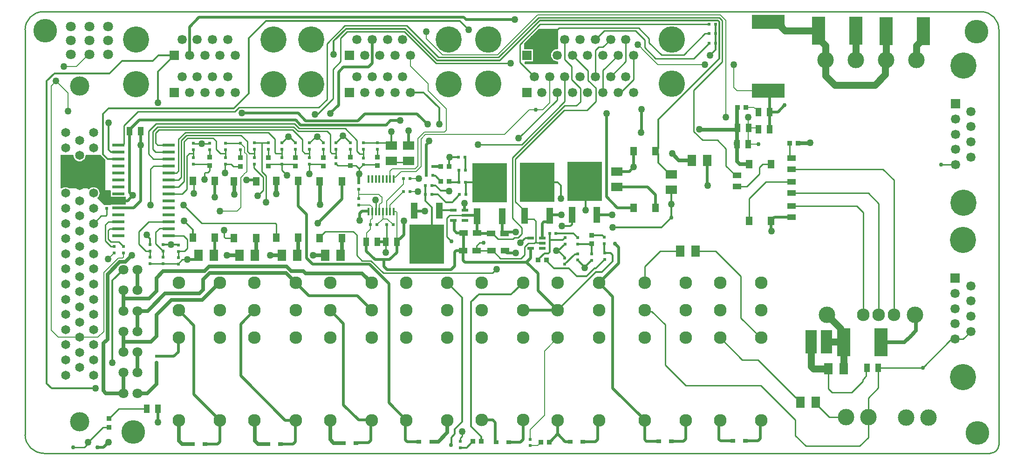
<source format=gtl>
G04*
G04 #@! TF.GenerationSoftware,Altium Limited,Altium Designer,19.0.10 (269)*
G04*
G04 Layer_Physical_Order=1*
G04 Layer_Color=255*
%FSLAX25Y25*%
%MOIN*%
G70*
G01*
G75*
%ADD11C,0.01000*%
%ADD15C,0.00800*%
%ADD18R,0.03740X0.03543*%
%ADD19R,0.03543X0.03740*%
%ADD20R,0.02165X0.02165*%
%ADD21R,0.04000X0.06000*%
%ADD22R,0.09000X0.02400*%
%ADD23C,0.03000*%
%ADD24R,0.09449X0.20276*%
%ADD25R,0.24606X0.28347*%
%ADD26R,0.04724X0.11811*%
%ADD27R,0.03543X0.02559*%
%ADD28R,0.04921X0.06299*%
%ADD29R,0.01181X0.05512*%
%ADD30R,0.05906X0.04331*%
%ADD31R,0.23622X0.10236*%
%ADD32R,0.08268X0.17126*%
%ADD33R,0.04600X0.02000*%
%ADD34R,0.02165X0.02165*%
%ADD35R,0.06000X0.08000*%
%ADD36R,0.06000X0.04000*%
%ADD37R,0.08000X0.06000*%
%ADD69C,0.02500*%
%ADD70C,0.02000*%
%ADD71C,0.01200*%
%ADD72C,0.05000*%
%ADD73C,0.13800*%
%ADD74C,0.06500*%
%ADD75C,0.06653*%
%ADD76R,0.06653X0.06653*%
%ADD77C,0.18740*%
%ADD78C,0.09055*%
%ADD79C,0.11811*%
%ADD80C,0.16929*%
%ADD81C,0.18898*%
%ADD82C,0.06653*%
%ADD83R,0.06653X0.06653*%
%ADD84C,0.07087*%
%ADD85C,0.05000*%
G36*
X284743Y438626D02*
X285097Y438097D01*
X287750Y435443D01*
Y413500D01*
X291374D01*
X291750Y413200D01*
Y408800D01*
X302500D01*
Y403200D01*
X291750D01*
Y402750D01*
X287321D01*
X282334Y407737D01*
X282366Y408236D01*
X282531Y408363D01*
X283212Y409250D01*
X283641Y410284D01*
X283787Y411394D01*
X283641Y412503D01*
X283212Y413537D01*
X282531Y414425D01*
X281643Y415106D01*
X280609Y415534D01*
X279500Y415680D01*
X278391Y415534D01*
X277357Y415106D01*
X276469Y414425D01*
X276342Y414260D01*
X275844Y414227D01*
X275071Y415000D01*
X261782D01*
X261643Y415106D01*
X260610Y415534D01*
X259500Y415680D01*
X258390Y415534D01*
X257357Y415106D01*
X257219Y415000D01*
X255750D01*
Y438750D01*
X265014D01*
X265213Y438522D01*
X265359Y437413D01*
X265788Y436379D01*
X266469Y435491D01*
X267357Y434810D01*
X268390Y434382D01*
X269500Y434235D01*
X270609Y434382D01*
X271643Y434810D01*
X272531Y435491D01*
X273212Y436379D01*
X273641Y437413D01*
X273787Y438522D01*
X273986Y438750D01*
X284718D01*
X284743Y438626D01*
D02*
G37*
G36*
X611750Y514994D02*
X611374Y514664D01*
X611232Y514683D01*
X610103Y514534D01*
X609050Y514098D01*
X608146Y513405D01*
X607453Y512501D01*
X607017Y511448D01*
X606868Y510319D01*
X607017Y509189D01*
X607453Y508137D01*
X608146Y507233D01*
X609050Y506539D01*
X610103Y506104D01*
X611232Y505955D01*
X611374Y505973D01*
X611750Y505644D01*
Y503750D01*
X588187Y503750D01*
X587746Y504191D01*
X587732Y505637D01*
X588083Y505992D01*
X593748D01*
Y514646D01*
X587643D01*
X587602Y518891D01*
X597961Y529250D01*
X611750D01*
X611750Y514994D01*
D02*
G37*
D11*
X488500Y369414D02*
X489164Y368750D01*
X542000Y233620D02*
Y236000D01*
X543086Y237086D02*
Y240336D01*
X542000Y236000D02*
X543086Y237086D01*
Y240336D02*
X543250Y240500D01*
X275500Y233000D02*
X286199Y243699D01*
X290504D01*
X291874Y251171D02*
X297453Y256750D01*
X291874Y251073D02*
Y251171D01*
X290602Y249801D02*
X291874Y251073D01*
X290504Y249801D02*
X290602D01*
X297453Y256750D02*
X317500D01*
X581250Y435980D02*
X616270Y471000D01*
X581250Y405340D02*
Y435980D01*
Y405340D02*
X587797Y398793D01*
X579250Y436815D02*
X616500Y474065D01*
X579250Y393408D02*
Y436815D01*
Y393408D02*
X586000Y386658D01*
X885750Y432000D02*
X885868Y431882D01*
X896159D01*
X275500Y232000D02*
Y233000D01*
X272750Y229250D02*
X275500Y232000D01*
X264750Y229250D02*
X272750D01*
X288000Y377250D02*
X291950Y373300D01*
X288000Y377250D02*
Y388750D01*
X290000Y378500D02*
Y384750D01*
Y378500D02*
X291969Y376531D01*
X564276Y370250D02*
X565063D01*
X553474D02*
X564276D01*
X553474Y373724D02*
X555500Y375750D01*
X558696D01*
X553474Y370250D02*
Y373724D01*
X534250Y395499D02*
X545199D01*
X545200Y395500D01*
X532314Y393564D02*
X534250Y395499D01*
X532314Y380114D02*
Y393564D01*
Y380114D02*
X535523Y376905D01*
X757000Y273500D02*
X781625Y248875D01*
Y237625D02*
X789059Y230191D01*
X781625Y237625D02*
Y248875D01*
X808000Y268500D02*
X821750D01*
X805250Y271250D02*
X808000Y268500D01*
X805250Y271250D02*
Y285500D01*
X796250Y260500D02*
X805855Y250895D01*
X817750D01*
X796250Y260500D02*
Y261500D01*
X433750Y425333D02*
Y432000D01*
X434000Y432250D01*
X279500Y389661D02*
X284919Y395081D01*
X288331D01*
X289000Y395750D01*
Y400500D01*
X290250Y391000D02*
X297250D01*
X288000Y388750D02*
X290250Y391000D01*
X446500Y455750D02*
X448750Y453500D01*
X425828Y455750D02*
X446500D01*
X459500Y457750D02*
X468000Y449250D01*
X426657Y457750D02*
X459500D01*
X422578Y459000D02*
X425828Y455750D01*
X423097Y461310D02*
X426657Y457750D01*
X404500Y455000D02*
X409250Y450250D01*
X345093Y455000D02*
X404500D01*
X340250Y450157D02*
X345093Y455000D01*
X385000Y453000D02*
X389500Y448500D01*
X345922Y453000D02*
X385000D01*
X342250Y449328D02*
X345922Y453000D01*
X365000Y451000D02*
X367250Y448750D01*
X346750Y451000D02*
X365000D01*
X344250Y448500D02*
X346750Y451000D01*
X357000Y446750D02*
X362300D01*
X352050D02*
X357000D01*
X380643Y470050D02*
X383438Y472845D01*
X440595D01*
X324372Y461310D02*
X423097D01*
X311264Y470050D02*
X380643D01*
X318896Y455834D02*
X324372Y461310D01*
X318896Y439439D02*
Y455834D01*
Y439439D02*
X322335Y436000D01*
X325328Y459000D02*
X422578Y459000D01*
X421750Y457000D02*
X428750Y450000D01*
X413500Y457000D02*
X421750D01*
X437750Y467920D02*
X439420D01*
X458000Y452500D02*
X458300D01*
X463250Y447550D01*
X453633Y448133D02*
X458000Y452500D01*
X453583Y448133D02*
X453633D01*
X453000Y447550D02*
X453583Y448133D01*
X438735Y450985D02*
X439500Y451750D01*
X437435Y450985D02*
X438735D01*
X434000Y447550D02*
X437435Y450985D01*
X439500Y451750D02*
X439800D01*
X444000Y447550D01*
X448750Y441250D02*
Y453500D01*
X301250Y460036D02*
X311264Y470050D01*
X439420Y467920D02*
X450750Y479250D01*
X419550Y451750D02*
X423750Y447550D01*
X419000Y451750D02*
X419550D01*
X414250Y447550D02*
X418450Y451750D01*
X419000D01*
X361125Y426125D02*
X362500Y427500D01*
X359336Y426125D02*
X361125D01*
X358750Y425539D02*
X359336Y426125D01*
X358750Y421250D02*
Y425539D01*
X362500Y427500D02*
Y431199D01*
Y437301D02*
Y442700D01*
X394250Y429672D02*
X401000Y422922D01*
X394250Y429672D02*
Y432000D01*
X401000Y413638D02*
Y422922D01*
X396862Y409500D02*
X401000Y413638D01*
X440595Y472845D02*
X446429Y478679D01*
X587750Y372809D02*
X590441Y375500D01*
X587750Y367154D02*
Y372809D01*
X585239Y364642D02*
X587750Y367154D01*
X570671Y364642D02*
X585239D01*
X565063Y370250D02*
X570671Y364642D01*
X590441Y375500D02*
X594892D01*
X585436Y381857D02*
X586000Y382421D01*
X585436Y381843D02*
Y381857D01*
X583093Y379500D02*
X585436Y381843D01*
X580593Y379500D02*
X583093D01*
X579593Y378500D02*
X580593Y379500D01*
X586000Y382421D02*
Y386658D01*
X568813Y378500D02*
X579593D01*
X340163Y365550D02*
Y369950D01*
X344700D01*
X329250Y360950D02*
X340159D01*
X343049Y363840D01*
X346665D01*
X596000Y376608D02*
Y391239D01*
X594480Y392760D02*
X596000Y391239D01*
X588850Y392760D02*
X594480D01*
X587797Y391707D02*
X588850Y392760D01*
X640875Y516125D02*
X644027D01*
X638496Y513746D02*
X640875Y516125D01*
X638496Y494900D02*
Y513746D01*
X644027Y516125D02*
X649402Y521500D01*
X660307Y505805D02*
Y521500D01*
X649402Y494900D02*
X660307Y505805D01*
X665760Y493010D02*
Y510319D01*
X656450Y483700D02*
X665760Y493010D01*
X654854Y483700D02*
X656450D01*
X777449Y438151D02*
X778900Y436700D01*
X777449Y438151D02*
Y447250D01*
X703250Y273500D02*
X757000D01*
X338750Y426000D02*
X340250Y427500D01*
X333250Y426000D02*
X338750D01*
X409250Y440586D02*
Y450250D01*
X414250Y440000D02*
Y442950D01*
Y436850D02*
Y440000D01*
X409250Y440586D02*
X409836Y440000D01*
X414250D01*
X743646Y291933D02*
X754817D01*
X781750Y265000D01*
X782750D01*
X785250Y262500D01*
Y261500D02*
Y262500D01*
X688522Y288228D02*
Y317067D01*
Y288228D02*
X703250Y273500D01*
X678930Y326659D02*
X688522Y317067D01*
X829750Y277651D02*
X832250Y280500D01*
X829750Y276500D02*
Y277651D01*
X832250Y280500D02*
Y285500D01*
X841000Y271750D02*
Y286250D01*
X833750Y264500D02*
X841000Y271750D01*
X833750Y250895D02*
Y264500D01*
X821750Y268500D02*
X829750Y276500D01*
X481749Y431950D02*
X482500Y431199D01*
X472500Y431950D02*
X481749D01*
X399750Y427000D02*
X403000Y423750D01*
Y404750D02*
Y423750D01*
X399750Y427000D02*
Y447550D01*
X394500D02*
X399750D01*
X404500D01*
Y430949D02*
X404598D01*
X405900Y432250D01*
X414250D01*
X488500Y369414D02*
Y376500D01*
Y368750D02*
X489164D01*
X825634Y402250D02*
X830384Y397500D01*
Y324250D02*
Y397500D01*
X778900Y402250D02*
X825634D01*
X724596Y370000D02*
X742607Y351989D01*
X710250Y370000D02*
X724596D01*
X673758Y358758D02*
X685000Y370000D01*
X699250D01*
X594892Y375500D02*
X596000Y376608D01*
X465305Y383945D02*
X467750Y381500D01*
Y366954D02*
Y381500D01*
Y366954D02*
X471704Y363000D01*
X445325Y383945D02*
X465305D01*
X632510Y471000D02*
X638750Y477240D01*
X616270Y471000D02*
X632510D01*
X638750Y477240D02*
Y486823D01*
X585857Y446250D02*
X616685Y477078D01*
Y494900D01*
X621512Y492738D02*
Y502294D01*
Y492738D02*
X627750Y486500D01*
Y477000D02*
Y486500D01*
X624815Y474065D02*
X627750Y477000D01*
X616500Y474065D02*
X624815D01*
X633250Y492323D02*
X638750Y486823D01*
X554610Y446250D02*
X585857D01*
X394250Y432000D02*
X394500Y432250D01*
X446429Y478679D02*
Y518619D01*
X469500Y425250D02*
Y429000D01*
X467301Y431199D02*
X469500Y429000D01*
X463250Y431199D02*
X467301D01*
X469500Y429250D02*
X469650Y429100D01*
X472500Y431950D01*
X486770Y354195D02*
X564898D01*
X477964Y363000D02*
X486770Y354195D01*
X471704Y363000D02*
X477964D01*
X441365Y379984D02*
X445325Y383945D01*
X526167Y508751D02*
X569359D01*
X459239Y531429D02*
X503490D01*
X709000Y485187D02*
X729333Y505521D01*
X456250Y522500D02*
X460979Y527229D01*
X456250Y505750D02*
Y522500D01*
X450750Y500250D02*
X456250Y505750D01*
X729333Y505521D02*
Y535115D01*
X450750Y479250D02*
Y500250D01*
X709000Y455593D02*
X715093Y449500D01*
X725849D01*
X446429Y518619D02*
X459239Y531429D01*
X524428Y504551D02*
X578051D01*
X742607Y322000D02*
X756857Y307750D01*
X742607Y322000D02*
Y351989D01*
X300550Y446000D02*
X301250Y446700D01*
X709000Y455593D02*
Y485187D01*
X501750Y527229D02*
X524428Y504551D01*
X460979Y527229D02*
X501750D01*
X583626Y450750D02*
X611232Y478357D01*
Y483700D01*
X326157Y457000D02*
X413500Y457000D01*
X725849Y449500D02*
X732000Y443349D01*
Y430819D02*
Y443349D01*
Y430819D02*
X738750Y424069D01*
X727166Y537283D02*
X729333Y535115D01*
X738750Y424069D02*
X739750D01*
X852077Y324250D02*
Y421000D01*
X844377Y428700D02*
X852077Y421000D01*
X778900Y428700D02*
X844377D01*
X841250Y324250D02*
Y404000D01*
X833775Y411475D02*
X841250Y404000D01*
X778900Y411475D02*
X833775D01*
X827572Y230191D02*
X833750Y236369D01*
X789059Y230191D02*
X827572D01*
X832250Y285500D02*
X833000Y286250D01*
X872750D02*
X892233Y305733D01*
X841000Y286250D02*
X872750D01*
X892233Y305733D02*
X893230D01*
X894380Y306882D01*
X895909D01*
X901638D01*
X907091Y312335D01*
X833750Y236369D02*
Y250895D01*
X727830Y307750D02*
X743646Y291933D01*
X756857Y307750D02*
X757357D01*
X673758Y347120D02*
Y358758D01*
X674534Y326659D02*
X678930D01*
X673758Y327435D02*
X674534Y326659D01*
X584594Y505180D02*
X594874Y494900D01*
X297250Y446000D02*
X300550D01*
X584594Y505180D02*
Y518047D01*
X599048Y532500D01*
X719951D01*
X597891Y537283D02*
X727166D01*
X301250Y446700D02*
Y460036D01*
X503490Y531429D02*
X526167Y508751D01*
X472500Y447550D02*
X482500D01*
X569359Y508751D02*
X597891Y537283D01*
X612500Y529750D02*
X669501D01*
X605780Y523030D02*
X612500Y529750D01*
X605780Y521500D02*
Y523030D01*
X622138Y510319D02*
X633250Y499207D01*
Y492323D02*
Y499207D01*
X587797Y395250D02*
Y398793D01*
Y391707D02*
Y395250D01*
X596000Y376608D02*
X596697Y375911D01*
X669501Y529750D02*
X677000Y522251D01*
X667199Y527750D02*
X673750Y521199D01*
X644746Y527750D02*
X667199D01*
X638496Y521500D02*
X644746Y527750D01*
X677000Y519250D02*
Y522251D01*
X716979Y525729D02*
X719951D01*
X701750Y510500D02*
X716979Y525729D01*
X685750Y510500D02*
X701750D01*
X677000Y519250D02*
X685750Y510500D01*
X673750Y515750D02*
Y521199D01*
X681500Y508000D02*
X708993D01*
X719951Y518958D01*
X673750Y515750D02*
X681500Y508000D01*
X643949Y499413D02*
X654854Y510319D01*
X643949Y483700D02*
Y499413D01*
X323750Y447414D02*
Y450000D01*
Y447414D02*
X325164Y446000D01*
X323750Y454593D02*
X323750Y450000D01*
X325164Y446000D02*
X333250D01*
X321750Y443000D02*
Y455422D01*
X322335Y436000D02*
X333250D01*
X321750Y443000D02*
X323750Y441000D01*
X333250D01*
X321750Y455422D02*
X325328Y459000D01*
X323750Y454593D02*
X326157Y457000D01*
X441365Y379295D02*
Y379984D01*
X564898Y354195D02*
X567453Y356750D01*
X568000D01*
X333086Y446164D02*
X333250Y446000D01*
X346684Y371934D02*
Y375934D01*
X344700Y369950D02*
X346684Y371934D01*
X346665Y375954D02*
Y378335D01*
X344000Y381000D02*
X346665Y378335D01*
X333250Y381000D02*
X344000D01*
X346665Y375954D02*
X346684Y375934D01*
X312000Y384000D02*
X319000Y391000D01*
X312000Y375000D02*
Y384000D01*
Y375000D02*
X317050Y369950D01*
X596697Y375911D02*
X600062D01*
X600497Y375475D01*
X616685Y507121D02*
Y521500D01*
X564026Y382500D02*
X564813D01*
X568813Y378500D01*
X373000Y379990D02*
Y385000D01*
Y379990D02*
X373766Y379224D01*
X380051D01*
X320250Y403000D02*
Y428739D01*
X322511Y431000D01*
X333250D01*
X343750Y403000D02*
X357000Y389750D01*
X409665D01*
X410251Y389164D01*
Y379518D02*
Y389164D01*
X319750Y360950D02*
X329250D01*
X616685Y507121D02*
X621512Y502294D01*
X492250Y446951D02*
X492500Y446701D01*
X508201Y433451D02*
X508250Y433500D01*
X495750Y433451D02*
X508201D01*
X778500Y428700D02*
X778900D01*
X756000Y430000D02*
X758276Y432276D01*
X764374D01*
X756000Y425250D02*
Y430000D01*
X746819Y416069D02*
X756000Y425250D01*
X739750Y416069D02*
X746819D01*
X748626Y407519D02*
X760582Y419475D01*
X778900D01*
X748626Y391724D02*
Y407519D01*
X389500Y441500D02*
Y448500D01*
X468000Y441500D02*
X470000Y439500D01*
X468000Y441500D02*
Y449250D01*
X470000Y439500D02*
X472500D01*
X453000Y432450D02*
X454251Y431199D01*
X463250D01*
X492250Y446951D02*
Y446964D01*
X491664Y447550D02*
X492250Y446964D01*
X482500Y447550D02*
X491664D01*
X472500Y439500D02*
Y442950D01*
Y436550D02*
Y439500D01*
X482500Y437301D02*
Y442950D01*
X453000Y440000D02*
Y442950D01*
Y437050D02*
Y440000D01*
X448750Y441250D02*
X450000Y440000D01*
X453000D01*
X463250Y437301D02*
Y442950D01*
X442699Y432250D02*
X444000Y430949D01*
X434000Y432250D02*
X442699D01*
X434000Y439900D02*
Y442950D01*
Y436850D02*
Y439900D01*
X428750Y441750D02*
Y450000D01*
Y441750D02*
X430600Y439900D01*
X434000D01*
X444000Y437051D02*
Y442950D01*
X340250Y427500D02*
Y450157D01*
X414250Y428000D02*
X418000Y424250D01*
X414250Y428000D02*
Y432250D01*
X423652Y430949D02*
X423750D01*
X422350Y432250D02*
X423652Y430949D01*
X414250Y432250D02*
X422350D01*
X423750Y437051D02*
Y442950D01*
X379551Y430699D02*
X384500D01*
X378000Y432250D02*
X379551Y430699D01*
X374000Y432250D02*
X378000D01*
X373500Y426000D02*
Y431750D01*
X374000Y432250D01*
X360699D02*
X361750Y431199D01*
X351000Y432250D02*
X360699D01*
X340250Y421000D02*
X342250Y423000D01*
Y449328D01*
X333250Y421000D02*
X340250D01*
X344250Y420028D02*
Y448500D01*
X340222Y416000D02*
X344250Y420028D01*
X348025Y439775D02*
X351000D01*
X346275Y438025D02*
X348025Y439775D01*
X346275Y414275D02*
Y438025D01*
X343000Y411000D02*
X346275Y414275D01*
X394500Y440000D02*
Y442950D01*
Y436850D02*
Y440000D01*
X389500Y441500D02*
X391000Y440000D01*
X394500D01*
X404500Y437051D02*
Y442950D01*
X333250Y416000D02*
X340222D01*
X374000Y439775D02*
Y442700D01*
Y436850D02*
Y439775D01*
X367250Y442750D02*
Y448750D01*
Y442750D02*
X370225Y439775D01*
X374000D01*
Y447300D02*
X384500D01*
X384250Y442700D02*
X384500Y442450D01*
Y436801D02*
Y442450D01*
X351000Y439775D02*
Y442700D01*
Y436850D02*
Y439775D01*
X333250Y411000D02*
X343000D01*
X350626Y420276D02*
X351142Y419760D01*
Y411250D02*
Y419760D01*
X348750Y422152D02*
X350626Y420276D01*
X291969Y376531D02*
X297519D01*
X291250Y386000D02*
X297250D01*
X290000Y384750D02*
X291250Y386000D01*
X297519Y376531D02*
X300750Y373300D01*
X291950D02*
X294250D01*
X317050Y369950D02*
X319750D01*
X324000Y383500D02*
X326750Y386250D01*
X324000Y375200D02*
Y383500D01*
Y375200D02*
X329250Y369950D01*
X333000Y386250D02*
X333250Y386000D01*
X326750Y386250D02*
X333000D01*
X329250Y365550D02*
Y369950D01*
X319000Y391000D02*
X333250D01*
X319750Y365550D02*
Y369950D01*
X481250Y406675D02*
X481411Y406514D01*
Y398386D02*
Y406514D01*
X488500Y376500D02*
X489200Y377200D01*
Y388750D01*
X921000Y225000D02*
G03*
X927229Y230989I120J6109D01*
G01*
X230500Y238216D02*
G03*
X243750Y225000I13233J17D01*
G01*
X243310Y541500D02*
G03*
X230500Y528500I95J-12905D01*
G01*
X927250D02*
G03*
X914750Y541500I-12750J250D01*
G01*
X243750Y225000D02*
X921000Y225000D01*
X927250Y230989D02*
X927250Y528500D01*
X230500Y238216D02*
X230500Y528500D01*
X243310Y541500D02*
X914750Y541500D01*
D15*
X253346Y492665D02*
X254196Y491814D01*
X261200Y470250D02*
Y483109D01*
X252495Y491814D02*
X261200Y483109D01*
X252495Y491814D02*
X253346Y492665D01*
X249057Y488376D02*
X252495Y491814D01*
X249057Y313250D02*
Y488376D01*
X573508Y453414D02*
X591344Y471250D01*
X530390Y455214D02*
X531750Y456573D01*
X511500Y450537D02*
X516177Y455214D01*
X530390D01*
X596047Y471250D02*
X600750D01*
X591344D02*
X596047D01*
X516922Y453414D02*
X573508D01*
X513874Y450365D02*
X516922Y453414D01*
X747833Y446500D02*
X747833Y446500D01*
X755312D01*
X269500Y308160D02*
X282660D01*
X249057Y313250D02*
X254147Y308160D01*
X269500D01*
X282660D02*
X286750Y312250D01*
X289750Y364000D02*
Y364200D01*
X294250Y368700D01*
X505800Y412500D02*
X511500D01*
X485400Y408850D02*
X485750Y408500D01*
X485385Y408850D02*
X485400D01*
X483659Y410575D02*
X485385Y408850D01*
X469325Y410575D02*
X483659D01*
X485750Y405000D02*
Y408500D01*
X501200Y418050D02*
Y422000D01*
X489089Y405939D02*
X501200Y418050D01*
X489089Y398386D02*
Y405939D01*
X489571Y392980D02*
X493800Y388750D01*
X486529Y392980D02*
X489571D01*
X495529Y422936D02*
X499543Y426950D01*
X494383Y422936D02*
X495529D01*
X499543Y426950D02*
X510246D01*
X732000Y465750D02*
Y535136D01*
X531750Y456573D02*
Y471750D01*
X518750Y484750D02*
X531750Y471750D01*
X517500Y522256D02*
Y527200D01*
Y522256D02*
X529105Y510651D01*
X513874Y430578D02*
Y450365D01*
X511500Y430750D02*
Y450537D01*
X529105Y510651D02*
X568573D01*
X505800Y422000D02*
X505800Y422000D01*
X512327D01*
X496500Y377500D02*
Y397917D01*
X267193Y502193D02*
X276000Y511000D01*
X258250Y502250D02*
X267136D01*
X267193Y502193D01*
X276000Y511000D02*
X276625D01*
X286750Y312250D02*
Y354441D01*
X297253Y364943D01*
X300281D01*
X300750Y365412D01*
Y368700D01*
X737500Y487250D02*
Y503500D01*
Y487250D02*
X739955Y484795D01*
X762082D01*
X755046Y469820D02*
Y470768D01*
X753546Y472268D02*
X755046Y470768D01*
X752598Y472268D02*
X753546D01*
X752116Y472750D02*
X752598Y472268D01*
X746301Y472750D02*
X752116D01*
X748000Y458488D02*
Y465750D01*
Y458488D02*
X748100Y458388D01*
X754112D02*
X755250Y457250D01*
X748100Y458388D02*
X754112D01*
X747833Y458121D02*
X748100Y458388D01*
X747833Y446500D02*
Y458121D01*
X727953Y539183D02*
X732000Y535136D01*
X568573Y510651D02*
X597104Y539183D01*
X506105Y502395D02*
X518750Y489750D01*
X506105Y502395D02*
Y510319D01*
X493974Y428751D02*
X493976Y428750D01*
X509500D01*
X518750Y484750D02*
Y489750D01*
X509500Y428750D02*
X511500Y430750D01*
X493312Y428751D02*
X493974D01*
X491648Y427087D02*
X493312Y428751D01*
X491648Y421614D02*
Y427087D01*
X683313Y503500D02*
X716979D01*
X671850Y514963D02*
X683313Y503500D01*
X671850Y514963D02*
Y515150D01*
X669000Y518000D02*
X671850Y515150D01*
X597104Y539183D02*
X727953D01*
X600750Y471250D02*
X605780Y476280D01*
Y494900D01*
X510246Y426950D02*
X513874Y430578D01*
X494207Y422760D02*
X494383Y422936D01*
X494207Y421614D02*
Y422760D01*
X491648Y402948D02*
X501200Y412500D01*
X491648Y398386D02*
Y402948D01*
X384844Y422594D02*
X386950Y424700D01*
X384844Y401094D02*
Y422594D01*
X382250Y398500D02*
X384844Y401094D01*
X389250Y427000D02*
Y439063D01*
X386986Y424736D02*
X389250Y427000D01*
X599449Y232652D02*
Y232750D01*
X598077Y231280D02*
X599449Y232652D01*
X597979Y231280D02*
X598077D01*
X597149Y230450D02*
X597979Y231280D01*
X591750Y230450D02*
X597149D01*
X602071Y298277D02*
X611544Y307750D01*
X602071Y252321D02*
Y298277D01*
X591750Y242000D02*
X602071Y252321D01*
X591750Y235050D02*
Y242000D01*
X387600Y440713D02*
X389250Y439063D01*
X387600Y440713D02*
Y444200D01*
X384500Y447300D02*
X387600Y444200D01*
X370000Y398500D02*
X382250D01*
X469250Y410500D02*
Y414200D01*
Y407550D02*
Y410500D01*
X469325Y410575D01*
X483970Y403221D02*
X485750Y405000D01*
X483970Y398386D02*
Y403221D01*
X477300Y402950D02*
X478809Y401440D01*
Y398429D02*
Y401440D01*
Y398429D02*
X478852Y398386D01*
X469250Y402950D02*
X477300D01*
X486529Y392980D02*
Y398386D01*
X482300Y388750D02*
X486529Y392980D01*
X474750Y376750D02*
Y382750D01*
X474500Y376500D02*
X474750Y376750D01*
Y382750D02*
X477700Y385700D01*
Y388750D01*
Y392200D02*
X478852Y393352D01*
X477700Y388750D02*
Y392200D01*
X478852Y393352D02*
Y398386D01*
X496031D02*
X496500Y397917D01*
X494207Y398386D02*
X496031D01*
D18*
X290504Y243699D02*
D03*
Y249801D02*
D03*
X635797Y381276D02*
D03*
Y375174D02*
D03*
X482500Y431199D02*
D03*
Y437301D02*
D03*
X463250Y431199D02*
D03*
Y437301D02*
D03*
X444000Y430949D02*
D03*
Y437051D02*
D03*
X423750Y430949D02*
D03*
Y437051D02*
D03*
X404500D02*
D03*
Y430949D02*
D03*
X384500Y436801D02*
D03*
Y430699D02*
D03*
X362500Y437301D02*
D03*
Y431199D02*
D03*
D19*
X550949Y233500D02*
D03*
X557051D02*
D03*
X599449Y232750D02*
D03*
X605551D02*
D03*
X603548Y363500D02*
D03*
X597446D02*
D03*
X527949Y430500D02*
D03*
X534051D02*
D03*
X527949Y420047D02*
D03*
X534051D02*
D03*
X777449Y447250D02*
D03*
X783551D02*
D03*
X740199Y472750D02*
D03*
X746301D02*
D03*
D20*
X542000Y229020D02*
D03*
Y233620D02*
D03*
X289000Y405100D02*
D03*
Y400500D02*
D03*
X591750Y230450D02*
D03*
Y235050D02*
D03*
X616685Y365050D02*
D03*
Y360450D02*
D03*
X616797Y379621D02*
D03*
Y375021D02*
D03*
X645250Y363840D02*
D03*
Y368440D02*
D03*
X636047Y363354D02*
D03*
Y367954D02*
D03*
X625797Y379525D02*
D03*
Y374925D02*
D03*
Y368025D02*
D03*
Y363425D02*
D03*
X645047Y379800D02*
D03*
Y375200D02*
D03*
X319750Y369950D02*
D03*
Y374550D02*
D03*
X329250Y369950D02*
D03*
Y374550D02*
D03*
X340222Y369700D02*
D03*
Y374300D02*
D03*
X294250Y368700D02*
D03*
Y373300D02*
D03*
X300750Y368700D02*
D03*
Y373300D02*
D03*
X319750Y360950D02*
D03*
Y365550D02*
D03*
X329250Y360950D02*
D03*
Y365550D02*
D03*
X340222Y360700D02*
D03*
Y365300D02*
D03*
X469250Y407550D02*
D03*
Y402950D02*
D03*
Y418800D02*
D03*
Y414200D02*
D03*
X362500Y447300D02*
D03*
Y442700D02*
D03*
X384500Y447300D02*
D03*
Y442700D02*
D03*
X404500Y447550D02*
D03*
Y442950D02*
D03*
X394500Y447550D02*
D03*
Y442950D02*
D03*
X351000Y447300D02*
D03*
Y442700D02*
D03*
Y436850D02*
D03*
Y432250D02*
D03*
X374000Y447300D02*
D03*
Y442700D02*
D03*
Y436850D02*
D03*
Y432250D02*
D03*
X324500Y289950D02*
D03*
Y294550D02*
D03*
X423750Y447550D02*
D03*
Y442950D02*
D03*
X444000Y447550D02*
D03*
Y442950D02*
D03*
X463250Y447550D02*
D03*
Y442950D02*
D03*
X414250Y447550D02*
D03*
Y442950D02*
D03*
Y436850D02*
D03*
Y432250D02*
D03*
X434000Y447550D02*
D03*
Y442950D02*
D03*
Y436850D02*
D03*
Y432250D02*
D03*
X453000Y447550D02*
D03*
Y442950D02*
D03*
Y437050D02*
D03*
Y432450D02*
D03*
X472500Y447550D02*
D03*
Y442950D02*
D03*
Y436550D02*
D03*
Y431950D02*
D03*
X482500Y447550D02*
D03*
Y442950D02*
D03*
X394500Y436850D02*
D03*
Y432250D02*
D03*
D21*
X317500Y256750D02*
D03*
X325500D02*
D03*
X755250Y457250D02*
D03*
X763250D02*
D03*
X739833Y446500D02*
D03*
X747833D02*
D03*
X748100Y458388D02*
D03*
X740100D02*
D03*
X841000Y286250D02*
D03*
X833000D02*
D03*
X755146Y469720D02*
D03*
X763146D02*
D03*
X474500Y376500D02*
D03*
X482500D02*
D03*
X496500D02*
D03*
X488500D02*
D03*
X313250Y456000D02*
D03*
X305250D02*
D03*
D22*
X333250Y446000D02*
D03*
Y441000D02*
D03*
Y436000D02*
D03*
Y431000D02*
D03*
Y426000D02*
D03*
Y421000D02*
D03*
Y416000D02*
D03*
Y411000D02*
D03*
Y406000D02*
D03*
Y401000D02*
D03*
Y396000D02*
D03*
Y391000D02*
D03*
Y386000D02*
D03*
Y381000D02*
D03*
X297250D02*
D03*
Y386000D02*
D03*
Y391000D02*
D03*
Y396000D02*
D03*
Y401000D02*
D03*
Y406000D02*
D03*
Y411000D02*
D03*
Y416000D02*
D03*
Y421000D02*
D03*
Y426000D02*
D03*
Y431000D02*
D03*
Y436000D02*
D03*
Y441000D02*
D03*
Y446000D02*
D03*
D23*
X693028Y394031D02*
D03*
X535250Y231031D02*
D03*
X652500Y375250D02*
D03*
X885750Y432000D02*
D03*
X596047Y471250D02*
D03*
X755312Y446500D02*
D03*
X864061Y309000D02*
D03*
X872750Y286250D02*
D03*
X282250Y229250D02*
D03*
X264750D02*
D03*
X558696Y375750D02*
D03*
X535523Y376905D02*
D03*
X731250Y457000D02*
D03*
X774000Y474500D02*
D03*
D24*
X846713Y527500D02*
D03*
X873287D02*
D03*
X798213Y527750D02*
D03*
X824787D02*
D03*
X842791Y304549D02*
D03*
X816216D02*
D03*
D25*
X630726Y419819D02*
D03*
X596774Y419069D02*
D03*
X517774Y374931D02*
D03*
X563024Y418819D02*
D03*
D26*
X639703Y396000D02*
D03*
X621750D02*
D03*
X605750Y395250D02*
D03*
X587797D02*
D03*
X508797Y398750D02*
D03*
X526750D02*
D03*
X572000Y395000D02*
D03*
X554047D02*
D03*
D27*
X683972Y233500D02*
D03*
X693028D02*
D03*
X576514Y233000D02*
D03*
X567459D02*
D03*
X629514Y233250D02*
D03*
X620459D02*
D03*
X745964Y233750D02*
D03*
X736909D02*
D03*
X512359Y233250D02*
D03*
X521414D02*
D03*
X458309Y232250D02*
D03*
X467364D02*
D03*
X404259Y231500D02*
D03*
X413314D02*
D03*
X350209D02*
D03*
X359264D02*
D03*
D28*
X441365Y419846D02*
D03*
X457113D02*
D03*
Y379295D02*
D03*
X441365D02*
D03*
X410251Y420069D02*
D03*
X425999D02*
D03*
Y379518D02*
D03*
X410251D02*
D03*
X350626Y420276D02*
D03*
X366374D02*
D03*
Y379724D02*
D03*
X350626D02*
D03*
X380051Y419776D02*
D03*
X395799D02*
D03*
Y379224D02*
D03*
X380051D02*
D03*
X764374Y432276D02*
D03*
X748626D02*
D03*
Y391724D02*
D03*
X764374D02*
D03*
X665876Y401024D02*
D03*
X681624D02*
D03*
Y441576D02*
D03*
X665876D02*
D03*
D29*
X476293Y398386D02*
D03*
X478852D02*
D03*
X481411D02*
D03*
X483970D02*
D03*
X486529D02*
D03*
X489089D02*
D03*
X491648D02*
D03*
X494207D02*
D03*
X476293Y421614D02*
D03*
X478852D02*
D03*
X481411D02*
D03*
X483970D02*
D03*
X486529D02*
D03*
X489089D02*
D03*
X491648D02*
D03*
X494207D02*
D03*
D30*
X553724Y382750D02*
D03*
X544276D02*
D03*
X544026Y370250D02*
D03*
X553474D02*
D03*
X573474Y382500D02*
D03*
X564026D02*
D03*
X564276Y370250D02*
D03*
X573724D02*
D03*
D31*
X762082Y534205D02*
D03*
Y484795D02*
D03*
D32*
X803984Y305000D02*
D03*
X792763D02*
D03*
D33*
X545200Y391760D02*
D03*
Y395500D02*
D03*
Y399240D02*
D03*
X536800D02*
D03*
Y391760D02*
D03*
X600497Y371735D02*
D03*
Y375475D02*
D03*
Y379215D02*
D03*
X592097D02*
D03*
Y371735D02*
D03*
D34*
X605747Y382548D02*
D03*
X610347D02*
D03*
X724551Y518958D02*
D03*
X719951D02*
D03*
X724551Y525729D02*
D03*
X719951D02*
D03*
X724551Y532500D02*
D03*
X719951D02*
D03*
X522301Y424250D02*
D03*
X517701D02*
D03*
X545550Y428000D02*
D03*
X540950D02*
D03*
X545550Y419250D02*
D03*
X540950D02*
D03*
X541200Y410500D02*
D03*
X545800D02*
D03*
X522300Y430500D02*
D03*
X517700D02*
D03*
X545300Y437250D02*
D03*
X540700D02*
D03*
X516950Y416750D02*
D03*
X521550D02*
D03*
Y410500D02*
D03*
X516950D02*
D03*
X482300Y388750D02*
D03*
X477700D02*
D03*
X501200Y412500D02*
D03*
X505800D02*
D03*
X501200Y422000D02*
D03*
X505800D02*
D03*
X489200Y388750D02*
D03*
X493800D02*
D03*
D35*
X707500Y435000D02*
D03*
X718500D02*
D03*
X796250Y261500D02*
D03*
X785250D02*
D03*
X699250Y370000D02*
D03*
X710250D02*
D03*
X816250Y285500D02*
D03*
X805250D02*
D03*
X425250Y366793D02*
D03*
X414250D02*
D03*
X456364Y366821D02*
D03*
X445364D02*
D03*
X395050Y366750D02*
D03*
X384050D02*
D03*
X365500D02*
D03*
X354500D02*
D03*
D36*
X778900Y419475D02*
D03*
Y411475D02*
D03*
Y402250D02*
D03*
Y394250D02*
D03*
X739750Y416069D02*
D03*
Y424069D02*
D03*
X778900Y428700D02*
D03*
Y436700D02*
D03*
D37*
X692750Y414000D02*
D03*
Y425000D02*
D03*
X653750Y416000D02*
D03*
Y427000D02*
D03*
X505000Y445543D02*
D03*
Y434543D02*
D03*
X492500Y434494D02*
D03*
Y445494D02*
D03*
D69*
X355209Y339459D02*
X357914Y342164D01*
X330709Y339459D02*
X355209D01*
X318250Y327000D02*
X330709Y339459D01*
X357260Y334935D02*
X370000Y347675D01*
X335185Y334935D02*
X357260D01*
X324500Y324250D02*
X335185Y334935D01*
X417534Y358750D02*
X420784Y355500D01*
X362183Y358750D02*
X417534D01*
X358933Y355500D02*
X362183Y358750D01*
X429500Y355500D02*
X431102Y353898D01*
X420784Y355500D02*
X429500D01*
X329300D02*
X358933D01*
X324500Y350700D02*
X329300Y355500D01*
X362500Y354117D02*
X417217D01*
X357914Y349531D02*
X362500Y354117D01*
X357914Y342164D02*
Y349531D01*
X867854Y312793D02*
Y324250D01*
X864061Y309000D02*
X867854Y312793D01*
X859610Y304549D02*
X864061Y309000D01*
X740049Y457000D02*
Y472750D01*
X739000Y446500D02*
Y447500D01*
X410375Y410793D02*
Y420069D01*
X441401Y403321D02*
Y419846D01*
X380250Y410500D02*
Y419776D01*
X522791Y233250D02*
X526143D01*
X532643Y239750D01*
X532528Y248695D02*
Y250445D01*
X532643Y239750D02*
Y248695D01*
X286500Y269750D02*
X288250Y268000D01*
X286500Y269750D02*
Y303750D01*
X289400Y306650D01*
X693250Y439750D02*
X693500D01*
X698250Y435000D01*
X704500D01*
X289400Y306650D02*
Y353343D01*
X471651Y353898D02*
X478429Y347120D01*
X431102Y353898D02*
X471651D01*
X741884Y432276D02*
X748626D01*
X739833Y434327D02*
X741884Y432276D01*
X739833Y434327D02*
Y446500D01*
X713000Y457250D02*
X713250Y457000D01*
X731250D01*
X740049Y448549D02*
Y457000D01*
X731250D02*
X740049D01*
X739000Y447500D02*
X740049Y448549D01*
X792050Y447250D02*
X792300Y447500D01*
X783551Y447250D02*
X792050D01*
X842791Y304549D02*
X859610D01*
X310750Y327000D02*
X318250D01*
X448722Y234778D02*
Y249445D01*
X324638Y274638D02*
Y289985D01*
X394722Y234028D02*
Y248695D01*
X318000Y268000D02*
X324638Y274638D01*
X458309Y232250D02*
X458459D01*
X451250D02*
X458309D01*
X404259Y231500D02*
X404459D01*
X397250D02*
X404259D01*
X310791Y268000D02*
X318000D01*
X448722Y234778D02*
X451250Y232250D01*
X394722Y234028D02*
X397250Y231500D01*
X343000D02*
X350209D01*
X340472Y234028D02*
X343000Y231500D01*
X340472Y234028D02*
Y248695D01*
X436401Y366821D02*
X445364D01*
X457113Y367570D02*
Y379295D01*
X456364Y366821D02*
X457113Y367570D01*
X417217Y354117D02*
X424214Y347120D01*
X302293Y362293D02*
X307000Y367000D01*
X298350Y362293D02*
X302293D01*
X289400Y353343D02*
X298350Y362293D01*
X288250Y268000D02*
X300750D01*
X324500Y341250D02*
Y350700D01*
X319207Y335957D02*
X324500Y341250D01*
X300750Y335957D02*
X319207D01*
X324500Y309000D02*
Y324250D01*
X300750Y335957D02*
Y341750D01*
Y327000D02*
Y335957D01*
X320500Y305000D02*
X324500Y309000D01*
X300750Y305000D02*
X320500D01*
X300750D02*
Y312250D01*
Y297500D02*
Y305000D01*
X310750Y341750D02*
Y356500D01*
Y312250D02*
Y327000D01*
Y282750D02*
Y297500D01*
X300750Y268000D02*
Y282750D01*
X425250Y366793D02*
X425999Y367542D01*
Y379518D01*
X395050Y366750D02*
X395799Y367499D01*
Y379224D01*
X414000Y367043D02*
X414250Y366793D01*
X405875Y367043D02*
X414000D01*
X383800Y367000D02*
X384050Y366750D01*
X375000Y367000D02*
X383800D01*
D70*
X352500Y363840D02*
X353411D01*
X586750Y327685D02*
X587000Y327435D01*
X611544D01*
X544950Y399240D02*
Y404250D01*
X469250Y418800D02*
Y425500D01*
X726972Y235028D02*
Y249750D01*
X703250Y235250D02*
Y249500D01*
X566959Y233000D02*
Y247043D01*
X352500Y364750D02*
X353411Y363840D01*
X565057Y248945D02*
X566959Y247043D01*
X557222Y248945D02*
X565057D01*
X557222D02*
Y249000D01*
X325583Y247252D02*
Y256667D01*
X325500Y256750D02*
X325583Y256667D01*
X553886Y382734D02*
Y394839D01*
X655250Y361299D02*
Y372500D01*
X652500Y375250D02*
X655250Y372500D01*
X641071Y347120D02*
X655250Y361299D01*
X286500Y229250D02*
X290250Y233000D01*
X282250Y229250D02*
X286500D01*
X519429Y448004D02*
Y448815D01*
X517700Y446274D02*
X519429Y448004D01*
X517700Y430500D02*
Y446274D01*
X537500Y384750D02*
Y391760D01*
X488750Y460250D02*
X492000Y463500D01*
X427692Y460250D02*
X488750D01*
X431357Y463250D02*
X468536D01*
X449249Y469081D02*
X449901Y468429D01*
X454750Y474583D02*
Y498250D01*
X449249Y469081D02*
X454750Y474583D01*
X448750Y468429D02*
X449901D01*
X468536Y463250D02*
X473536Y468250D01*
X424133Y463810D02*
X427692Y460250D01*
X425857Y468750D02*
X431357Y463250D01*
X395000Y468750D02*
X425857Y468750D01*
X305250Y457000D02*
X312060Y463810D01*
X424133D01*
X385500Y468750D02*
X395000D01*
X305250Y456000D02*
Y457000D01*
Y412000D02*
Y456000D01*
X473536Y468250D02*
X510914D01*
X467264Y232500D02*
X476250D01*
X575332Y368642D02*
X581614D01*
X573724Y370250D02*
X575332Y368642D01*
X574474Y383500D02*
X581436D01*
X573474Y382500D02*
X574474Y383500D01*
X498500Y378500D02*
X501594Y381594D01*
Y391500D01*
X352500Y364750D02*
X354500Y366750D01*
X346665Y363840D02*
X352500D01*
X718500Y417500D02*
Y435000D01*
Y417500D02*
X719000Y417000D01*
X673722Y234778D02*
Y248731D01*
X546084Y535750D02*
X580774D01*
X545861D02*
X546084D01*
X544334Y537500D02*
X546084Y535750D01*
X355000Y537500D02*
X544334D01*
X651000Y271453D02*
Y337192D01*
X491250Y363750D02*
X496500Y369000D01*
X487500Y363750D02*
X491250D01*
X496500Y369000D02*
Y376500D01*
X763146Y483523D02*
X763250Y483627D01*
X763146Y469720D02*
Y483523D01*
X763250Y457250D02*
Y469720D01*
X769220D01*
X763146D02*
X763250D01*
X769220D02*
X774000Y474500D01*
X365500Y408812D02*
X366374Y409686D01*
X351250Y267250D02*
X370500Y248000D01*
X469250Y425500D02*
X469500Y425250D01*
X502472Y234528D02*
Y249250D01*
X476929Y360500D02*
X490750Y346679D01*
X436358Y360500D02*
X476929D01*
X431901Y364957D02*
X436358Y360500D01*
X640250Y235000D02*
Y249250D01*
X457113Y407113D02*
Y419846D01*
X440000Y390000D02*
X457113Y407113D01*
X413314Y231500D02*
X422250D01*
X413264D02*
X413314D01*
X454750Y498250D02*
X458250Y501750D01*
X476093D01*
X646500Y408800D02*
Y468500D01*
Y408800D02*
X654276Y401024D01*
X510914Y468250D02*
X518414Y460750D01*
X492000Y463500D02*
X498750D01*
X586750Y234750D02*
Y249000D01*
X576514Y233000D02*
X585000D01*
X576014D02*
X576514D01*
X764374Y384376D02*
X764500Y384250D01*
X764374Y384376D02*
Y391724D01*
X767006Y394250D02*
X778900D01*
X766630Y393874D02*
X767006Y394250D01*
X348203Y530703D02*
X355000Y537500D01*
X431901Y364957D02*
Y396352D01*
X425999Y402254D02*
X431901Y396352D01*
X425999Y402254D02*
Y420069D01*
X517700Y430500D02*
X517701Y430499D01*
Y424250D02*
Y430499D01*
X589250Y362000D02*
X592097Y364847D01*
Y371735D01*
X762082Y484795D02*
X763250Y483627D01*
X641071Y347120D02*
X651000Y337192D01*
Y271453D02*
X673722Y248731D01*
X476093Y501750D02*
X478841Y504498D01*
Y521500D01*
X313250Y445750D02*
Y456000D01*
Y406000D02*
Y445750D01*
X553886Y394839D02*
X554047Y395000D01*
Y382573D02*
X554099Y382625D01*
X508797Y398750D02*
X509047Y398500D01*
X516500D01*
X654276Y401024D02*
X665876D01*
X639703Y396000D02*
X650700D01*
X348203Y510319D02*
Y530703D01*
X490750Y261060D02*
Y346679D01*
X474500Y370000D02*
Y376500D01*
Y370000D02*
X480750Y363750D01*
X487500D01*
X305250Y412000D02*
X307500Y409750D01*
X303750Y406000D02*
X307500Y409750D01*
X554099Y382625D02*
X563901D01*
X553886Y382734D02*
X554047Y382573D01*
X671250Y454858D02*
X671500Y455108D01*
Y471500D01*
X544950Y399240D02*
X545200D01*
X605750Y392183D02*
Y395250D01*
X604388Y390821D02*
X605750Y392183D01*
X601669Y390821D02*
X604388D01*
X600497Y389649D02*
X601669Y390821D01*
X600497Y379215D02*
Y389649D01*
X605750Y395250D02*
X606500Y396000D01*
X614250D01*
X394825Y420750D02*
X395799Y419776D01*
X389000Y420750D02*
X394825D01*
X351250Y267250D02*
Y316657D01*
X340472Y327435D02*
X351250Y316657D01*
X505000Y445543D02*
Y456250D01*
X497500Y378500D02*
X498500D01*
X496500Y377500D02*
X497500Y378500D01*
X496500Y376500D02*
Y377500D01*
X522300Y430500D02*
X527949D01*
X487259Y363509D02*
X487500Y363750D01*
X487259Y359000D02*
Y363509D01*
Y359000D02*
X489564Y356695D01*
X535245D01*
X537750Y359200D01*
Y369078D01*
X538922Y370250D01*
X544026D01*
X662750Y427000D02*
X665876Y430126D01*
Y441576D01*
X653750Y427000D02*
X662750D01*
X681624Y401024D02*
Y410376D01*
X676000Y416000D02*
X681624Y410376D01*
X653750Y416000D02*
X676000D01*
X545250Y362000D02*
X589250D01*
X597500Y353750D01*
X764374Y391724D02*
Y392413D01*
X765835Y393874D01*
X766630D01*
X611544Y238743D02*
X617036Y233250D01*
X620459D01*
X606421Y233620D02*
X611544Y238743D01*
X606323Y233620D02*
X606421D01*
X605551Y232848D02*
X606323Y233620D01*
X605551Y232750D02*
Y232848D01*
X611544Y238743D02*
Y248695D01*
X573474Y370250D02*
X573724D01*
X297250Y406000D02*
X303750D01*
X308250Y401000D02*
X313250Y406000D01*
X297250Y401000D02*
X308250D01*
X673722Y248731D02*
X673758Y248695D01*
X597500Y341479D02*
Y353750D01*
Y341479D02*
X611544Y327435D01*
X544026Y363224D02*
X545250Y362000D01*
X544026Y363224D02*
Y370250D01*
X544276Y370500D01*
Y382750D01*
X539250Y383000D02*
X544026D01*
X544276Y382750D01*
X537500Y384750D02*
X539250Y383000D01*
X536800Y391760D02*
X537500D01*
X745964Y233750D02*
X754750D01*
X745764D02*
X745964D01*
X756500Y235500D02*
Y249750D01*
X365906Y408406D02*
X366374D01*
X365500Y408812D02*
X365906Y408406D01*
X366374Y409686D02*
Y420276D01*
X471429Y398429D02*
X475884D01*
X470000Y397000D02*
X471429Y398429D01*
X470000Y391750D02*
Y397000D01*
X573165Y382500D02*
X573474D01*
X572000Y383665D02*
X573165Y382500D01*
X572000Y383665D02*
Y395000D01*
X553547Y395500D02*
X554047Y395000D01*
X545200Y395500D02*
X553547D01*
X563901Y382625D02*
X564026Y382500D01*
X365500Y366750D02*
X366374Y367624D01*
Y379724D01*
X490750Y261060D02*
X503115Y248695D01*
X433584Y337750D02*
X468114D01*
X478429Y327435D01*
X424214Y347120D02*
X433584Y337750D01*
X340163Y297663D02*
Y307441D01*
X337050Y294550D02*
X340163Y297663D01*
X324500Y294550D02*
X337050D01*
X340163Y307441D02*
X340472Y307750D01*
X458309Y259691D02*
X469250Y248750D01*
X458309Y259691D02*
Y318027D01*
X448901Y327435D02*
X458309Y318027D01*
X469250Y248750D02*
X477750D01*
X478000Y248500D01*
X416555Y248695D02*
X424214D01*
X384750Y280500D02*
X416555Y248695D01*
X384750Y280500D02*
Y317498D01*
X394687Y327435D01*
X693028Y233500D02*
X701500D01*
X692514D02*
X693028D01*
X482500Y376500D02*
X488500D01*
X585000Y233000D02*
X586750Y234750D01*
X701500Y233500D02*
X703250Y235250D01*
X675000Y233500D02*
X683459D01*
X673722Y234778D02*
X675000Y233500D01*
X370000Y233250D02*
Y247500D01*
X368250Y231500D02*
X370000Y233250D01*
X359264Y231500D02*
X368250D01*
X424000Y233250D02*
Y247500D01*
X422250Y231500D02*
X424000Y233250D01*
X478000Y234250D02*
Y248500D01*
X476250Y232500D02*
X478000Y234250D01*
X503750Y233250D02*
X512209D01*
X502472Y234528D02*
X503750Y233250D01*
X754750Y233750D02*
X756500Y235500D01*
X728250Y233750D02*
X736709D01*
X726972Y235028D02*
X728250Y233750D01*
X629514Y233250D02*
X638500D01*
X640250Y235000D01*
D71*
X538000Y242199D02*
X543250Y247449D01*
X538000Y238735D02*
Y242199D01*
X535493Y236228D02*
X538000Y238735D01*
X535493Y231274D02*
Y236228D01*
X542000Y229020D02*
X546469D01*
X549679Y232230D01*
X549777D01*
X550949Y233402D01*
Y233500D01*
X549713Y244140D02*
X557051Y236801D01*
Y233500D02*
Y236801D01*
X578380Y339000D02*
X586750Y347370D01*
X555250Y339000D02*
X578380D01*
X549713Y333463D02*
X555250Y339000D01*
X549713Y244140D02*
Y333463D01*
X535250Y231031D02*
X535493Y231274D01*
X543250Y247449D02*
Y336513D01*
X532643Y347120D02*
X543250Y336513D01*
X527000Y461000D02*
Y472429D01*
X246000Y275000D02*
Y491750D01*
Y275000D02*
X249500Y271500D01*
X281000D01*
X286150Y460052D02*
Y468150D01*
Y460052D02*
X286250Y459952D01*
Y439250D02*
Y459952D01*
X290250Y442500D02*
Y461750D01*
X246000Y491750D02*
X251500Y497250D01*
X611867Y370092D02*
X616797Y365162D01*
X610500Y370092D02*
X611867D01*
X632250Y351750D02*
X638000Y357500D01*
X625250Y351750D02*
X632250D01*
X619500Y357500D02*
X625250Y351750D01*
X638000Y357500D02*
X638910D01*
X329250Y374550D02*
X340222D01*
X638859Y354750D02*
X643250D01*
X611544Y327435D02*
X638859Y354750D01*
X609000Y357500D02*
X619500D01*
X630887Y357750D02*
Y358336D01*
X635976Y363425D01*
X630887Y357750D02*
Y358336D01*
X625797Y363425D02*
X630887Y358336D01*
X604720Y361780D02*
X609000Y357500D01*
X638910D02*
X645250Y363840D01*
X643250Y354750D02*
X651000Y362500D01*
X379773Y472150D02*
X382569Y474945D01*
X290150Y472150D02*
X379773D01*
X382569Y474945D02*
X382695D01*
X390500Y482750D01*
X585000Y375750D02*
X588465Y379215D01*
X592097D01*
X293000Y290000D02*
Y348750D01*
X300750Y356500D01*
X286150Y468150D02*
X290150Y472150D01*
X390500Y482750D02*
Y522500D01*
X651000Y362500D02*
Y366921D01*
X649482Y368440D02*
X651000Y366921D01*
X300000Y506250D02*
X321973D01*
X291000Y497250D02*
X300000Y506250D01*
X251500Y497250D02*
X291000D01*
X451253Y520473D02*
X460109Y529329D01*
X451253Y511000D02*
Y520473D01*
X502620Y529329D02*
X525297Y506651D01*
X683485Y443436D02*
Y464208D01*
X598761Y535183D02*
X726296D01*
X515710Y483719D02*
X527000Y472429D01*
X506105Y483719D02*
X515710D01*
X726296Y535183D02*
X727234Y534245D01*
X460109Y529329D02*
X502620D01*
X402900Y534900D02*
X541520D01*
X390500Y522500D02*
X402900Y534900D01*
X541520D02*
X547750Y528670D01*
X604720Y361780D02*
Y362328D01*
X603548Y363500D02*
X604720Y362328D01*
X611867Y370092D02*
X616797Y375021D01*
X605747Y369372D02*
Y378054D01*
X604750Y368375D02*
X605747Y369372D01*
X602321Y368375D02*
X604750D01*
X598716Y364770D02*
X602321Y368375D01*
X598618Y364770D02*
X598716D01*
X597446Y363598D02*
X598618Y364770D01*
X597446Y363500D02*
Y363598D01*
X615230Y378054D02*
X616797Y379621D01*
X605747Y378054D02*
X615230D01*
X492500Y446701D02*
Y455500D01*
X525297Y506651D02*
X570229D01*
X683485Y464208D02*
X727234Y507956D01*
X681624Y441576D02*
X683485Y443436D01*
X681624Y441576D02*
X683485Y439715D01*
Y433265D02*
X691750Y425000D01*
X692750D01*
X650750Y386836D02*
X650914Y387000D01*
X685996D01*
X693028Y394031D01*
Y403500D01*
X625410Y367638D02*
X625797Y368025D01*
X623873Y367638D02*
X625410D01*
X616685Y360450D02*
X623873Y367638D01*
X645250Y368440D02*
X649482D01*
X570229Y506651D02*
X598761Y535183D01*
X286250Y439250D02*
X289500Y436000D01*
X297250D01*
X291750Y441000D02*
X297250D01*
X290250Y442500D02*
X291750Y441000D01*
X344250Y391500D02*
X350626Y385124D01*
Y379724D02*
Y385124D01*
X325500Y498522D02*
X337297Y510319D01*
X325500Y476250D02*
Y498522D01*
X321973Y506250D02*
X326042Y510319D01*
X727234Y507956D02*
Y534245D01*
X521500Y378658D02*
Y401250D01*
X516950Y405800D02*
X521500Y401250D01*
X516950Y405800D02*
Y410500D01*
X517774Y374931D02*
X521500Y378658D01*
X614435Y387750D02*
X620500D01*
X683485Y433265D02*
Y439715D01*
X692750Y414000D02*
X693028Y413722D01*
Y403500D02*
Y413722D01*
X724551Y525729D02*
Y532500D01*
Y518958D02*
Y525729D01*
Y514370D02*
Y518958D01*
X720500Y510319D02*
X724551Y514370D01*
X630726Y419819D02*
X631500Y419045D01*
Y399240D02*
Y419045D01*
X616685Y365050D02*
X616797Y365162D01*
X596774Y419069D02*
X611654D01*
X613750Y416972D01*
Y407550D02*
Y416972D01*
X318000Y380500D02*
X319750Y378750D01*
Y374550D02*
Y378750D01*
X620500Y387750D02*
X621747Y388997D01*
Y395997D01*
X621750Y396000D01*
X531500Y405000D02*
X536250D01*
X540717Y409467D01*
Y410017D01*
X541200Y410500D01*
X635548Y374925D02*
X635797Y375174D01*
X625797Y374925D02*
X635548D01*
X622774Y382548D02*
X625797Y379525D01*
X610347Y382548D02*
X622774D01*
X605747Y378054D02*
Y382548D01*
X645047Y368642D02*
X645250Y368440D01*
X645047Y368642D02*
Y375200D01*
X635976Y363425D02*
X636047Y363354D01*
X635797Y368204D02*
X636047Y367954D01*
X635797Y368204D02*
Y375174D01*
X643571Y381276D02*
X645047Y379800D01*
X635797Y381276D02*
X643571D01*
X326042Y510319D02*
X337297D01*
X492500Y445494D02*
Y446701D01*
X534000Y413000D02*
X534250Y413250D01*
X527750D02*
X534250D01*
X534051Y436051D02*
X535250Y437250D01*
X534051Y430500D02*
Y436051D01*
X535250Y437250D02*
X540700D01*
X524250Y416750D02*
X527750Y413250D01*
X521550Y416750D02*
X524250D01*
X527949Y420047D02*
Y420146D01*
X526777Y421317D02*
X527949Y420146D01*
X526679Y421317D02*
X526777D01*
X524179Y423817D02*
X526679Y421317D01*
X522734Y423817D02*
X524179D01*
X522301Y424250D02*
X522734Y423817D01*
X516950Y410500D02*
Y416750D01*
X526000Y410500D02*
X531500Y405000D01*
X521550Y410500D02*
X526000D01*
X527240Y399240D02*
X536800D01*
X526750Y398750D02*
X527240Y399240D01*
X562593Y419250D02*
X563024Y418819D01*
X545550Y419250D02*
X562593D01*
X545550D02*
X545800Y419000D01*
Y410500D02*
Y419000D01*
X545300Y437250D02*
X545550Y437000D01*
Y428000D02*
Y437000D01*
X540950Y419250D02*
Y428000D01*
X534848Y419250D02*
X540950D01*
X534051Y420047D02*
X534848Y419250D01*
D72*
X846017Y496517D02*
Y506222D01*
X838500Y489000D02*
X846017Y496517D01*
X810000Y489000D02*
X838500D01*
X846017Y506222D02*
X846644Y506848D01*
X803337Y495663D02*
X810000Y489000D01*
X803337Y495663D02*
Y506848D01*
X792763Y287250D02*
X794513Y285500D01*
X792763Y287250D02*
Y305000D01*
X794513Y285500D02*
X805250D01*
X816216Y304549D02*
X816250Y304516D01*
Y285500D02*
Y304516D01*
X803984Y305000D02*
X813992D01*
Y314579D01*
X804321Y324250D02*
X813992Y314579D01*
X771393Y530679D02*
X774322Y527750D01*
X771393Y530679D02*
Y531587D01*
X768775Y534205D02*
X771393Y531587D01*
X762082Y534205D02*
X768775D01*
X774322Y527750D02*
X798213D01*
Y522337D02*
Y522478D01*
Y522337D02*
X803337Y517213D01*
Y506848D02*
Y517213D01*
X873287Y522087D02*
Y527500D01*
X868297Y517097D02*
X873287Y522087D01*
X868297Y506848D02*
Y517097D01*
X846644Y506848D02*
X846713Y506917D01*
Y527500D01*
X824787Y507051D02*
X824990Y506848D01*
X824787Y507051D02*
Y527750D01*
D73*
X269500Y247654D02*
D03*
Y488205D02*
D03*
D74*
X259500Y454858D02*
D03*
X279500D02*
D03*
X259500Y433126D02*
D03*
Y422260D02*
D03*
Y411394D02*
D03*
Y400527D02*
D03*
Y389661D02*
D03*
Y378795D02*
D03*
Y367929D02*
D03*
Y357063D02*
D03*
Y346197D02*
D03*
Y335331D02*
D03*
Y324465D02*
D03*
Y313598D02*
D03*
Y302732D02*
D03*
Y291866D02*
D03*
Y281000D02*
D03*
X269500Y449386D02*
D03*
Y438522D02*
D03*
Y427659D02*
D03*
Y416795D02*
D03*
Y405932D02*
D03*
Y395068D02*
D03*
Y384205D02*
D03*
Y373341D02*
D03*
Y362478D02*
D03*
Y351614D02*
D03*
Y340751D02*
D03*
Y329887D02*
D03*
Y319024D02*
D03*
Y308160D02*
D03*
Y297297D02*
D03*
Y286433D02*
D03*
X279500Y443992D02*
D03*
Y433126D02*
D03*
Y422260D02*
D03*
Y411394D02*
D03*
Y400527D02*
D03*
Y389661D02*
D03*
Y378795D02*
D03*
Y367929D02*
D03*
Y357063D02*
D03*
Y346197D02*
D03*
Y335331D02*
D03*
Y324465D02*
D03*
Y313598D02*
D03*
Y302732D02*
D03*
X259500Y443992D02*
D03*
X279500Y291866D02*
D03*
Y281000D02*
D03*
D75*
X896159Y431882D02*
D03*
X907341Y437335D02*
D03*
X896159Y442787D02*
D03*
X907341Y448240D02*
D03*
X896159Y453693D02*
D03*
X907341Y459146D02*
D03*
X896159Y464598D02*
D03*
X907341Y470051D02*
D03*
X342750Y494900D02*
D03*
X348203Y483719D02*
D03*
X353656Y494900D02*
D03*
X359108Y483719D02*
D03*
X364561Y494900D02*
D03*
X370014Y483719D02*
D03*
X375466Y494900D02*
D03*
X380919Y483719D02*
D03*
Y510319D02*
D03*
X375466Y521500D02*
D03*
X370014Y510319D02*
D03*
X364561Y521500D02*
D03*
X359108Y510319D02*
D03*
X353656Y521500D02*
D03*
X348203Y510319D02*
D03*
X342750Y521500D02*
D03*
X467936Y494900D02*
D03*
X473389Y483719D02*
D03*
X478841Y494900D02*
D03*
X484294Y483719D02*
D03*
X489747Y494900D02*
D03*
X495200Y483719D02*
D03*
X500653Y494900D02*
D03*
X506105Y483719D02*
D03*
Y510319D02*
D03*
X500653Y521500D02*
D03*
X495200Y510319D02*
D03*
X489747Y521500D02*
D03*
X484294Y510319D02*
D03*
X478841Y521500D02*
D03*
X473389Y510319D02*
D03*
X467936Y521500D02*
D03*
X907091Y345051D02*
D03*
X895909Y339598D02*
D03*
X907091Y334146D02*
D03*
X895909Y328693D02*
D03*
X907091Y323240D02*
D03*
X895909Y317787D02*
D03*
X907091Y312335D02*
D03*
X895909Y306882D02*
D03*
D76*
X896159Y475504D02*
D03*
X895909Y350504D02*
D03*
D77*
X901750Y502886D02*
D03*
Y404500D02*
D03*
X408301Y489700D02*
D03*
X309915D02*
D03*
Y521500D02*
D03*
X408301D02*
D03*
X533487Y489700D02*
D03*
X435101D02*
D03*
Y521500D02*
D03*
X533487D02*
D03*
X901500Y279500D02*
D03*
Y377886D02*
D03*
D78*
X841250Y324250D02*
D03*
X830384D02*
D03*
X852077D02*
D03*
X757357Y248695D02*
D03*
X727830D02*
D03*
Y307750D02*
D03*
X757357D02*
D03*
X727830Y327435D02*
D03*
X757357D02*
D03*
X727830Y347120D02*
D03*
X757357D02*
D03*
X641071Y248695D02*
D03*
X611544D02*
D03*
Y307750D02*
D03*
X641071D02*
D03*
X611544Y327435D02*
D03*
X641071D02*
D03*
X611544Y347120D02*
D03*
X641071D02*
D03*
X532643Y248695D02*
D03*
X503115D02*
D03*
Y307750D02*
D03*
X532643D02*
D03*
X503115Y327435D02*
D03*
X532643D02*
D03*
X503115Y347120D02*
D03*
X532643D02*
D03*
X478429Y248695D02*
D03*
X448901D02*
D03*
Y307750D02*
D03*
X478429D02*
D03*
X448901Y327435D02*
D03*
X478429D02*
D03*
X448901Y347120D02*
D03*
X478429D02*
D03*
X424214Y248695D02*
D03*
X394687D02*
D03*
Y307750D02*
D03*
X424214D02*
D03*
X394687Y327435D02*
D03*
X424214D02*
D03*
X394687Y347120D02*
D03*
X424214D02*
D03*
X703286Y248695D02*
D03*
X673758D02*
D03*
Y307750D02*
D03*
X703286D02*
D03*
X673758Y327435D02*
D03*
X703286D02*
D03*
X673758Y347120D02*
D03*
X703286D02*
D03*
X586750Y248945D02*
D03*
X557222D02*
D03*
Y308000D02*
D03*
X586750D02*
D03*
X557222Y327685D02*
D03*
X586750D02*
D03*
X557222Y347370D02*
D03*
X586750D02*
D03*
X370000Y248695D02*
D03*
X340472D02*
D03*
Y307750D02*
D03*
X370000D02*
D03*
X340472Y327435D02*
D03*
X370000D02*
D03*
X340472Y347120D02*
D03*
X370000D02*
D03*
D79*
X867313Y324250D02*
D03*
X804321D02*
D03*
X824990Y506848D02*
D03*
X803337D02*
D03*
X846644D02*
D03*
X868297D02*
D03*
X877000Y250647D02*
D03*
X861000D02*
D03*
X833750Y250895D02*
D03*
X817750D02*
D03*
D80*
X308000Y240250D02*
D03*
X244750Y527750D02*
D03*
X911750Y239613D02*
D03*
X911250Y527250D02*
D03*
D81*
X693181Y490000D02*
D03*
X562000D02*
D03*
Y521500D02*
D03*
X693181D02*
D03*
D82*
X665760Y483700D02*
D03*
X660307Y494900D02*
D03*
X654854Y483700D02*
D03*
X649402Y494900D02*
D03*
X643949Y483700D02*
D03*
X638496Y494900D02*
D03*
X633043Y483700D02*
D03*
X627591Y494900D02*
D03*
X622138Y483700D02*
D03*
X616685Y494900D02*
D03*
X611232Y483700D02*
D03*
X605780Y494900D02*
D03*
X600327Y483700D02*
D03*
X594874Y494900D02*
D03*
Y521500D02*
D03*
X600327Y510319D02*
D03*
X605780Y521500D02*
D03*
X611232Y510319D02*
D03*
X616685Y521500D02*
D03*
X622138Y510319D02*
D03*
X627591Y521500D02*
D03*
X633043Y510319D02*
D03*
X638496Y521500D02*
D03*
X643949Y510319D02*
D03*
X649402Y521500D02*
D03*
X654854Y510319D02*
D03*
X660307Y521500D02*
D03*
X665760Y510319D02*
D03*
D83*
X589421Y483700D02*
D03*
Y510319D02*
D03*
X337297Y483719D02*
D03*
Y510319D02*
D03*
X462483Y483719D02*
D03*
Y510319D02*
D03*
D84*
X290000Y531000D02*
D03*
Y521000D02*
D03*
Y511000D02*
D03*
X276625Y531000D02*
D03*
Y521000D02*
D03*
Y511000D02*
D03*
X263250Y531000D02*
D03*
Y521000D02*
D03*
Y511000D02*
D03*
X310750Y356500D02*
D03*
X300750D02*
D03*
X310750Y341750D02*
D03*
X300750D02*
D03*
X310750Y327000D02*
D03*
X300750D02*
D03*
Y312250D02*
D03*
X310750D02*
D03*
Y297500D02*
D03*
X300750D02*
D03*
Y282750D02*
D03*
X310750D02*
D03*
Y268000D02*
D03*
X300750D02*
D03*
D85*
X543250Y240500D02*
D03*
X325583Y247252D02*
D03*
X252495Y491814D02*
D03*
X261200Y470250D02*
D03*
X527000Y461000D02*
D03*
X275500Y233000D02*
D03*
X290250D02*
D03*
X281000Y271500D02*
D03*
X290250Y461750D02*
D03*
X289750Y364200D02*
D03*
X433750Y425333D02*
D03*
X630887Y357750D02*
D03*
X519429Y448815D02*
D03*
X448750Y468429D02*
D03*
X357000Y446750D02*
D03*
X385500Y468750D02*
D03*
X437750Y467920D02*
D03*
X458000Y452500D02*
D03*
X439500Y451750D02*
D03*
X419000D02*
D03*
X358750Y421250D02*
D03*
X396862Y409500D02*
D03*
X581614Y368642D02*
D03*
X585000Y375750D02*
D03*
X581436Y383500D02*
D03*
X501594Y391500D02*
D03*
X334750Y374500D02*
D03*
X346665Y363840D02*
D03*
X511500Y412500D02*
D03*
X293000Y290000D02*
D03*
X693500Y439750D02*
D03*
X580774Y535750D02*
D03*
X403000Y404750D02*
D03*
X488500Y368750D02*
D03*
X554610Y446250D02*
D03*
X469500Y425250D02*
D03*
X440000Y390000D02*
D03*
X451253Y511000D02*
D03*
X646500Y468500D02*
D03*
X578051Y504551D02*
D03*
X518414Y460750D02*
D03*
X498750Y463500D02*
D03*
X764500Y384250D02*
D03*
X517500Y527200D02*
D03*
X583626Y450750D02*
D03*
X610500Y370092D02*
D03*
X512327Y422000D02*
D03*
X492500Y455500D02*
D03*
X258250Y502250D02*
D03*
X650914Y387000D02*
D03*
X719000Y417000D02*
D03*
X732000Y465750D02*
D03*
X748000D02*
D03*
X713000Y457250D02*
D03*
X792300Y447500D02*
D03*
X737500Y503500D02*
D03*
X547750Y528670D02*
D03*
X344250Y391500D02*
D03*
X325500Y476250D02*
D03*
X716979Y503500D02*
D03*
X669000Y518000D02*
D03*
X516500Y398500D02*
D03*
X614435Y387750D02*
D03*
X650700Y396000D02*
D03*
X693028Y403500D02*
D03*
X720500Y510319D02*
D03*
X631500Y399240D02*
D03*
X613750Y407550D02*
D03*
X568000Y356750D02*
D03*
X307500Y409750D02*
D03*
X317388Y381500D02*
D03*
X313250Y445750D02*
D03*
X671500Y471500D02*
D03*
X671250Y454858D02*
D03*
X544950Y404250D02*
D03*
X614250Y396000D02*
D03*
X665876Y430126D02*
D03*
X373000Y385000D02*
D03*
X320250Y403000D02*
D03*
X343750D02*
D03*
X436401Y366821D02*
D03*
X441401Y403321D02*
D03*
X389000Y420750D02*
D03*
X307000Y367000D02*
D03*
X534000Y413000D02*
D03*
X534150Y437150D02*
D03*
X505000Y456250D02*
D03*
X370000Y398500D02*
D03*
X366374Y408406D02*
D03*
X470000Y391750D02*
D03*
X418000Y424250D02*
D03*
X373500Y426000D02*
D03*
X351142Y411250D02*
D03*
X481250Y406675D02*
D03*
X410375Y410793D02*
D03*
X380250Y410500D02*
D03*
X405875Y367043D02*
D03*
X375000Y367000D02*
D03*
M02*

</source>
